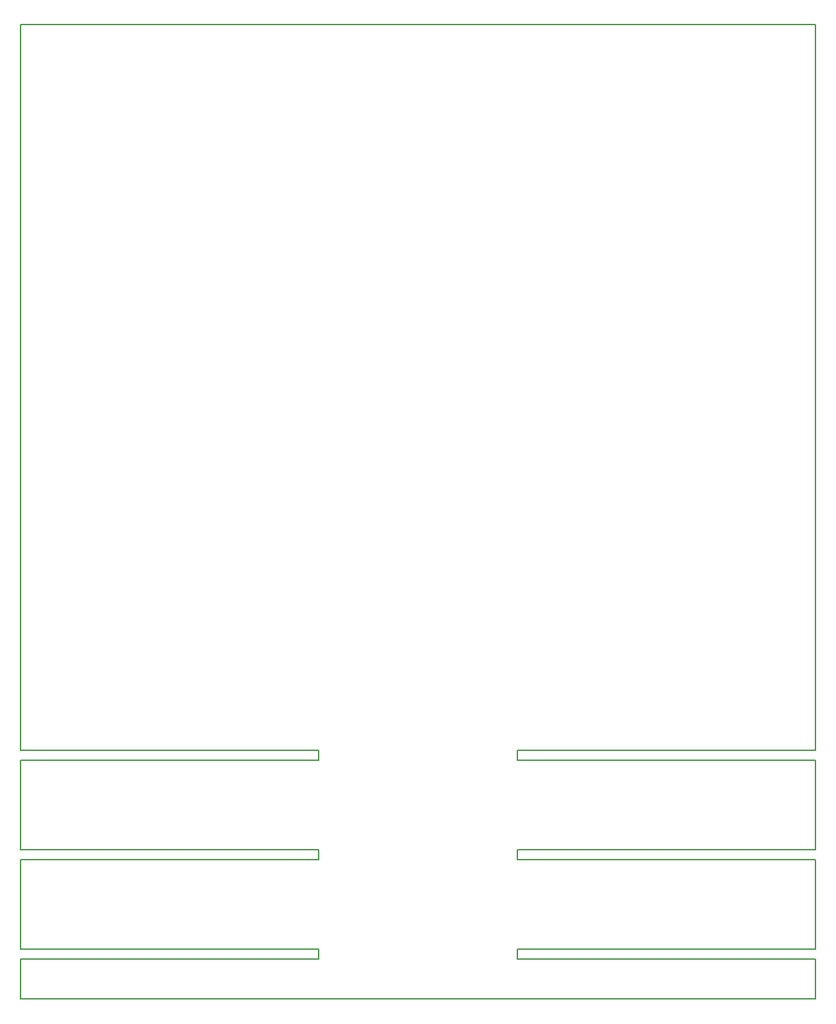
<source format=gko>
G75*
%MOIN*%
%OFA0B0*%
%FSLAX25Y25*%
%IPPOS*%
%LPD*%
%AMOC8*
5,1,8,0,0,1.08239X$1,22.5*
%
%ADD10C,0.00600*%
D10*
X0001300Y0001300D02*
X0401300Y0001300D01*
X0401300Y0021300D01*
X0251300Y0021300D01*
X0251300Y0026300D01*
X0401300Y0026300D01*
X0401300Y0071300D01*
X0251300Y0071300D01*
X0251300Y0076300D01*
X0401300Y0076300D01*
X0401300Y0121300D01*
X0251300Y0121300D01*
X0251300Y0126300D01*
X0401300Y0126300D01*
X0401300Y0491300D01*
X0001300Y0491300D01*
X0001300Y0126300D01*
X0151300Y0126300D01*
X0151300Y0121300D01*
X0001300Y0121300D01*
X0001300Y0076300D01*
X0151300Y0076300D01*
X0151300Y0071300D01*
X0001300Y0071300D01*
X0001300Y0026300D01*
X0151300Y0026300D01*
X0151300Y0021300D01*
X0001300Y0021300D01*
X0001300Y0001300D01*
M02*

</source>
